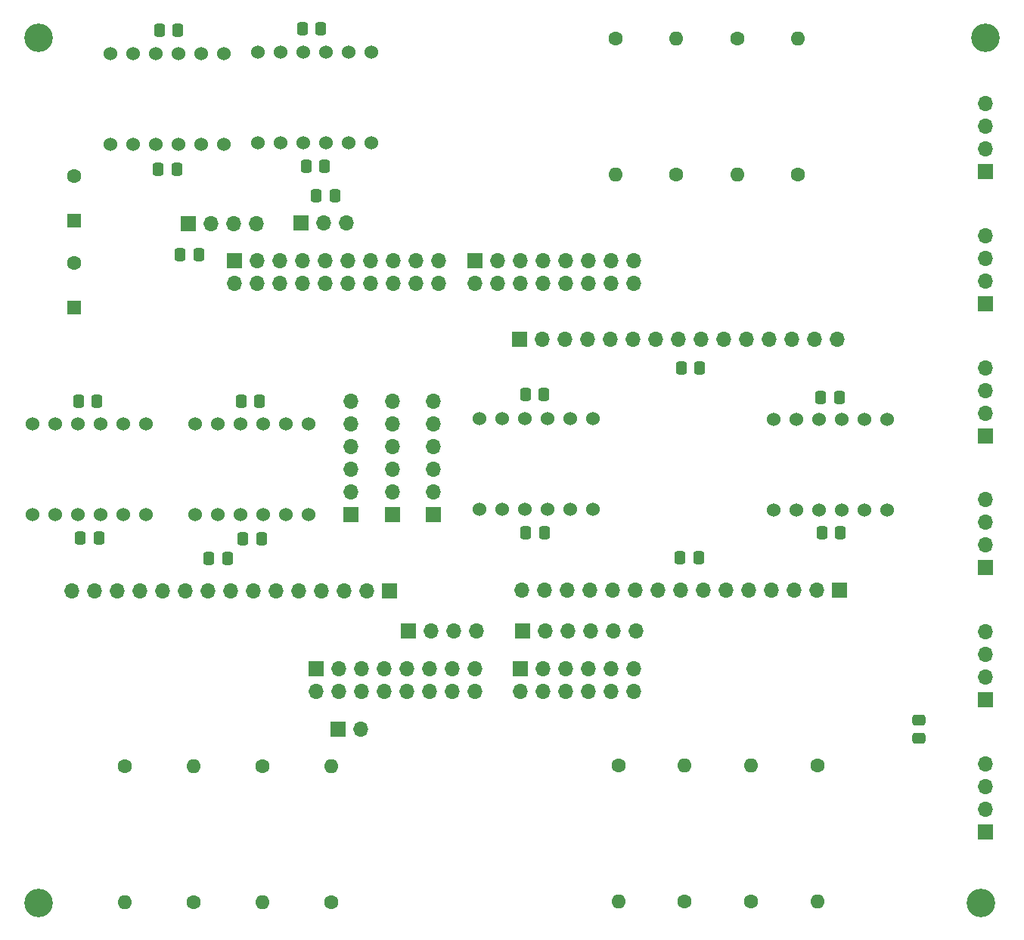
<source format=gbr>
%TF.GenerationSoftware,KiCad,Pcbnew,(6.0.10)*%
%TF.CreationDate,2022-12-29T21:48:34+01:00*%
%TF.ProjectId,Driver,44726976-6572-42e6-9b69-6361645f7063,1.0*%
%TF.SameCoordinates,Original*%
%TF.FileFunction,Soldermask,Top*%
%TF.FilePolarity,Negative*%
%FSLAX46Y46*%
G04 Gerber Fmt 4.6, Leading zero omitted, Abs format (unit mm)*
G04 Created by KiCad (PCBNEW (6.0.10)) date 2022-12-29 21:48:34*
%MOMM*%
%LPD*%
G01*
G04 APERTURE LIST*
G04 Aperture macros list*
%AMRoundRect*
0 Rectangle with rounded corners*
0 $1 Rounding radius*
0 $2 $3 $4 $5 $6 $7 $8 $9 X,Y pos of 4 corners*
0 Add a 4 corners polygon primitive as box body*
4,1,4,$2,$3,$4,$5,$6,$7,$8,$9,$2,$3,0*
0 Add four circle primitives for the rounded corners*
1,1,$1+$1,$2,$3*
1,1,$1+$1,$4,$5*
1,1,$1+$1,$6,$7*
1,1,$1+$1,$8,$9*
0 Add four rect primitives between the rounded corners*
20,1,$1+$1,$2,$3,$4,$5,0*
20,1,$1+$1,$4,$5,$6,$7,0*
20,1,$1+$1,$6,$7,$8,$9,0*
20,1,$1+$1,$8,$9,$2,$3,0*%
G04 Aperture macros list end*
%ADD10C,1.524000*%
%ADD11R,1.700000X1.700000*%
%ADD12O,1.700000X1.700000*%
%ADD13RoundRect,0.250000X0.337500X0.475000X-0.337500X0.475000X-0.337500X-0.475000X0.337500X-0.475000X0*%
%ADD14C,3.200000*%
%ADD15RoundRect,0.250000X-0.337500X-0.475000X0.337500X-0.475000X0.337500X0.475000X-0.337500X0.475000X0*%
%ADD16R,1.600000X1.600000*%
%ADD17C,1.600000*%
%ADD18O,1.600000X1.600000*%
%ADD19RoundRect,0.250000X-0.475000X0.337500X-0.475000X-0.337500X0.475000X-0.337500X0.475000X0.337500X0*%
G04 APERTURE END LIST*
D10*
%TO.C,U9*%
X215500000Y-98760000D03*
X212960000Y-98760000D03*
X210420000Y-98760000D03*
X207880000Y-98760000D03*
X205340000Y-98760000D03*
X202800000Y-98760000D03*
X202800000Y-108920000D03*
X205340000Y-108920000D03*
X207880000Y-108920000D03*
X210420000Y-108920000D03*
X212960000Y-108920000D03*
X215500000Y-108920000D03*
%TD*%
D11*
%TO.C,J16*%
X226500000Y-145000000D03*
D12*
X226500000Y-142460000D03*
X226500000Y-139920000D03*
X226500000Y-137380000D03*
%TD*%
D13*
%TO.C,C14*%
X127047500Y-96740000D03*
X124972500Y-96740000D03*
%TD*%
%TO.C,C1*%
X152085000Y-55030000D03*
X150010000Y-55030000D03*
%TD*%
D14*
%TO.C,H1*%
X226000000Y-153000000D03*
%TD*%
D11*
%TO.C,J10*%
X155490000Y-109420000D03*
D12*
X155490000Y-106880000D03*
X155490000Y-104340000D03*
X155490000Y-101800000D03*
X155490000Y-99260000D03*
X155490000Y-96720000D03*
%TD*%
D13*
%TO.C,C15*%
X127237500Y-112100000D03*
X125162500Y-112100000D03*
%TD*%
D10*
%TO.C,U8*%
X141200000Y-57760000D03*
X138660000Y-57760000D03*
X136120000Y-57760000D03*
X133580000Y-57760000D03*
X131040000Y-57760000D03*
X128500000Y-57760000D03*
X128500000Y-67920000D03*
X131040000Y-67920000D03*
X133580000Y-67920000D03*
X136120000Y-67920000D03*
X138660000Y-67920000D03*
X141200000Y-67920000D03*
%TD*%
D15*
%TO.C,C8*%
X192302500Y-114260000D03*
X194377500Y-114260000D03*
%TD*%
D11*
%TO.C,J20*%
X149825000Y-76790000D03*
D12*
X152365000Y-76790000D03*
X154905000Y-76790000D03*
%TD*%
D13*
%TO.C,C6*%
X210107500Y-96310000D03*
X208032500Y-96310000D03*
%TD*%
D16*
%TO.C,C20*%
X124500000Y-86240000D03*
D17*
X124500000Y-81240000D03*
%TD*%
%TO.C,R7*%
X185410000Y-137510000D03*
D18*
X185410000Y-152750000D03*
%TD*%
D11*
%TO.C,J15*%
X226500000Y-100600000D03*
D12*
X226500000Y-98060000D03*
X226500000Y-95520000D03*
X226500000Y-92980000D03*
%TD*%
D11*
%TO.C,J21*%
X137250000Y-76850000D03*
D12*
X139790000Y-76850000D03*
X142330000Y-76850000D03*
X144870000Y-76850000D03*
%TD*%
D17*
%TO.C,R6*%
X200243332Y-152750000D03*
D18*
X200243332Y-137510000D03*
%TD*%
D11*
%TO.C,J3*%
X174350000Y-89810000D03*
D12*
X176890000Y-89810000D03*
X179430000Y-89810000D03*
X181970000Y-89810000D03*
X184510000Y-89810000D03*
X187050000Y-89810000D03*
X189590000Y-89810000D03*
X192130000Y-89810000D03*
X194670000Y-89810000D03*
X197210000Y-89810000D03*
X199750000Y-89810000D03*
X202290000Y-89810000D03*
X204830000Y-89810000D03*
X207370000Y-89810000D03*
X209910000Y-89810000D03*
%TD*%
D11*
%TO.C,J19*%
X226500000Y-115400000D03*
D12*
X226500000Y-112860000D03*
X226500000Y-110320000D03*
X226500000Y-107780000D03*
%TD*%
D11*
%TO.C,J18*%
X226500000Y-130200000D03*
D12*
X226500000Y-127660000D03*
X226500000Y-125120000D03*
X226500000Y-122580000D03*
%TD*%
D15*
%TO.C,C17*%
X151572500Y-73690000D03*
X153647500Y-73690000D03*
%TD*%
D17*
%TO.C,R2*%
X191901110Y-71320000D03*
D18*
X191901110Y-56080000D03*
%TD*%
D17*
%TO.C,R9*%
X145553332Y-137630000D03*
D18*
X145553332Y-152870000D03*
%TD*%
D17*
%TO.C,R4*%
X205510000Y-71320000D03*
D18*
X205510000Y-56080000D03*
%TD*%
D17*
%TO.C,R1*%
X185096666Y-56080000D03*
D18*
X185096666Y-71320000D03*
%TD*%
D13*
%TO.C,C13*%
X141615000Y-114390000D03*
X139540000Y-114390000D03*
%TD*%
D14*
%TO.C,H2*%
X120500000Y-153000000D03*
%TD*%
D13*
%TO.C,C2*%
X152517500Y-70440000D03*
X150442500Y-70440000D03*
%TD*%
D11*
%TO.C,J14*%
X226500000Y-85800000D03*
D12*
X226500000Y-83260000D03*
X226500000Y-80720000D03*
X226500000Y-78180000D03*
%TD*%
D13*
%TO.C,C11*%
X145217500Y-96780000D03*
X143142500Y-96780000D03*
%TD*%
D10*
%TO.C,U11*%
X150695000Y-99300000D03*
X148155000Y-99300000D03*
X145615000Y-99300000D03*
X143075000Y-99300000D03*
X140535000Y-99300000D03*
X137995000Y-99300000D03*
X137995000Y-109460000D03*
X140535000Y-109460000D03*
X143075000Y-109460000D03*
X145615000Y-109460000D03*
X148155000Y-109460000D03*
X150695000Y-109460000D03*
%TD*%
D16*
%TO.C,C19*%
X124500000Y-76500000D03*
D17*
X124500000Y-71500000D03*
%TD*%
D11*
%TO.C,J17*%
X159760000Y-117950000D03*
D12*
X157220000Y-117950000D03*
X154680000Y-117950000D03*
X152140000Y-117950000D03*
X149600000Y-117950000D03*
X147060000Y-117950000D03*
X144520000Y-117950000D03*
X141980000Y-117950000D03*
X139440000Y-117950000D03*
X136900000Y-117950000D03*
X134360000Y-117950000D03*
X131820000Y-117950000D03*
X129280000Y-117950000D03*
X126740000Y-117950000D03*
X124200000Y-117950000D03*
%TD*%
D15*
%TO.C,C3*%
X192412500Y-93040000D03*
X194487500Y-93040000D03*
%TD*%
D11*
%TO.C,J8*%
X161920000Y-122500000D03*
D12*
X164460000Y-122500000D03*
X167000000Y-122500000D03*
X169540000Y-122500000D03*
%TD*%
D13*
%TO.C,C18*%
X138407500Y-80300000D03*
X136332500Y-80300000D03*
%TD*%
%TO.C,C4*%
X136077500Y-55130000D03*
X134002500Y-55130000D03*
%TD*%
D14*
%TO.C,H3*%
X120500000Y-56000000D03*
%TD*%
D11*
%TO.C,J5*%
X174675000Y-122475000D03*
D12*
X177215000Y-122475000D03*
X179755000Y-122475000D03*
X182295000Y-122475000D03*
X184835000Y-122475000D03*
X187375000Y-122475000D03*
%TD*%
D17*
%TO.C,R12*%
X137826666Y-152870000D03*
D18*
X137826666Y-137630000D03*
%TD*%
D11*
%TO.C,J12*%
X210175000Y-117920000D03*
D12*
X207635000Y-117920000D03*
X205095000Y-117920000D03*
X202555000Y-117920000D03*
X200015000Y-117920000D03*
X197475000Y-117920000D03*
X194935000Y-117920000D03*
X192395000Y-117920000D03*
X189855000Y-117920000D03*
X187315000Y-117920000D03*
X184775000Y-117920000D03*
X182235000Y-117920000D03*
X179695000Y-117920000D03*
X177155000Y-117920000D03*
X174615000Y-117920000D03*
%TD*%
D13*
%TO.C,C12*%
X145437500Y-112120000D03*
X143362500Y-112120000D03*
%TD*%
D10*
%TO.C,U10*%
X182510000Y-98730000D03*
X179970000Y-98730000D03*
X177430000Y-98730000D03*
X174890000Y-98730000D03*
X172350000Y-98730000D03*
X169810000Y-98730000D03*
X169810000Y-108890000D03*
X172350000Y-108890000D03*
X174890000Y-108890000D03*
X177430000Y-108890000D03*
X179970000Y-108890000D03*
X182510000Y-108890000D03*
%TD*%
D13*
%TO.C,C9*%
X177047500Y-96020000D03*
X174972500Y-96020000D03*
%TD*%
D10*
%TO.C,U7*%
X157710000Y-57630000D03*
X155170000Y-57630000D03*
X152630000Y-57630000D03*
X150090000Y-57630000D03*
X147550000Y-57630000D03*
X145010000Y-57630000D03*
X145010000Y-67790000D03*
X147550000Y-67790000D03*
X150090000Y-67790000D03*
X152630000Y-67790000D03*
X155170000Y-67790000D03*
X157710000Y-67790000D03*
%TD*%
D11*
%TO.C,J9*%
X164690000Y-109420000D03*
D12*
X164690000Y-106880000D03*
X164690000Y-104340000D03*
X164690000Y-101800000D03*
X164690000Y-99260000D03*
X164690000Y-96720000D03*
%TD*%
D17*
%TO.C,R5*%
X207660000Y-137510000D03*
D18*
X207660000Y-152750000D03*
%TD*%
D17*
%TO.C,R10*%
X153280000Y-152870000D03*
D18*
X153280000Y-137630000D03*
%TD*%
D14*
%TO.C,H4*%
X226500000Y-56000000D03*
%TD*%
D13*
%TO.C,C7*%
X210247500Y-111450000D03*
X208172500Y-111450000D03*
%TD*%
D11*
%TO.C,J11*%
X160090000Y-109420000D03*
D12*
X160090000Y-106880000D03*
X160090000Y-104340000D03*
X160090000Y-101800000D03*
X160090000Y-99260000D03*
X160090000Y-96720000D03*
%TD*%
D19*
%TO.C,C16*%
X219000000Y-132462500D03*
X219000000Y-134537500D03*
%TD*%
D13*
%TO.C,C10*%
X177127500Y-111450000D03*
X175052500Y-111450000D03*
%TD*%
D17*
%TO.C,R11*%
X130100000Y-137630000D03*
D18*
X130100000Y-152870000D03*
%TD*%
D11*
%TO.C,J13*%
X226500000Y-71000000D03*
D12*
X226500000Y-68460000D03*
X226500000Y-65920000D03*
X226500000Y-63380000D03*
%TD*%
D13*
%TO.C,C5*%
X135975000Y-70790000D03*
X133900000Y-70790000D03*
%TD*%
D10*
%TO.C,U12*%
X132530000Y-99300000D03*
X129990000Y-99300000D03*
X127450000Y-99300000D03*
X124910000Y-99300000D03*
X122370000Y-99300000D03*
X119830000Y-99300000D03*
X119830000Y-109460000D03*
X122370000Y-109460000D03*
X124910000Y-109460000D03*
X127450000Y-109460000D03*
X129990000Y-109460000D03*
X132530000Y-109460000D03*
%TD*%
D17*
%TO.C,R8*%
X192826666Y-152750000D03*
D18*
X192826666Y-137510000D03*
%TD*%
D17*
%TO.C,R3*%
X198705554Y-56080000D03*
D18*
X198705554Y-71320000D03*
%TD*%
D11*
%TO.C,J1*%
X154000000Y-133500000D03*
D12*
X156540000Y-133500000D03*
%TD*%
D11*
%TO.C,J6*%
X142450000Y-80960000D03*
D12*
X142450000Y-83500000D03*
X144990000Y-80960000D03*
X144990000Y-83500000D03*
X147530000Y-80960000D03*
X147530000Y-83500000D03*
X150070000Y-80960000D03*
X150070000Y-83500000D03*
X152610000Y-80960000D03*
X152610000Y-83500000D03*
X155150000Y-80960000D03*
X155150000Y-83500000D03*
X157690000Y-80960000D03*
X157690000Y-83500000D03*
X160230000Y-80960000D03*
X160230000Y-83500000D03*
X162770000Y-80960000D03*
X162770000Y-83500000D03*
X165310000Y-80960000D03*
X165310000Y-83500000D03*
%TD*%
D11*
%TO.C,J4*%
X151540000Y-126680000D03*
D12*
X151540000Y-129220000D03*
X154080000Y-126680000D03*
X154080000Y-129220000D03*
X156620000Y-126680000D03*
X156620000Y-129220000D03*
X159160000Y-126680000D03*
X159160000Y-129220000D03*
X161700000Y-126680000D03*
X161700000Y-129220000D03*
X164240000Y-126680000D03*
X164240000Y-129220000D03*
X166780000Y-126680000D03*
X166780000Y-129220000D03*
X169320000Y-126680000D03*
X169320000Y-129220000D03*
%TD*%
D11*
%TO.C,J2*%
X174400000Y-126700000D03*
D12*
X174400000Y-129240000D03*
X176940000Y-126700000D03*
X176940000Y-129240000D03*
X179480000Y-126700000D03*
X179480000Y-129240000D03*
X182020000Y-126700000D03*
X182020000Y-129240000D03*
X184560000Y-126700000D03*
X184560000Y-129240000D03*
X187100000Y-126700000D03*
X187100000Y-129240000D03*
%TD*%
D11*
%TO.C,J7*%
X169320000Y-80960000D03*
D12*
X169320000Y-83500000D03*
X171860000Y-80960000D03*
X171860000Y-83500000D03*
X174400000Y-80960000D03*
X174400000Y-83500000D03*
X176940000Y-80960000D03*
X176940000Y-83500000D03*
X179480000Y-80960000D03*
X179480000Y-83500000D03*
X182020000Y-80960000D03*
X182020000Y-83500000D03*
X184560000Y-80960000D03*
X184560000Y-83500000D03*
X187100000Y-80960000D03*
X187100000Y-83500000D03*
%TD*%
M02*

</source>
